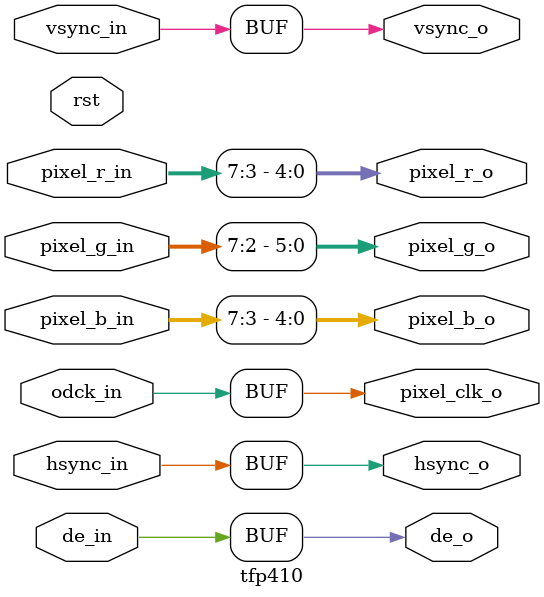
<source format=v>
/*
--创建日期   : 2015-05-17
--目标芯片   : EP4CE22F17C8
--时钟选择   : odck_in<=165MHz
--演示说明   : odck为像素时钟，v/hsync为同步信号，de为数据有效信号，pixel_*为像素颜色信号
*/
module tfp410(
input wire rst,

input wire odck_in,
input wire vsync_in,
input wire hsync_in,
input wire de_in,
input wire[7:0] pixel_r_in,
input wire[7:0] pixel_g_in,
input wire[7:0] pixel_b_in,

output wire pixel_clk_o,
output wire vsync_o,
output wire hsync_o,
output wire de_o,
output wire[4:0] pixel_r_o,
output wire[5:0] pixel_g_o,
output wire[4:0] pixel_b_o

);

assign pixel_clk_o = odck_in;
assign vsync_o = vsync_in;
assign hsync_o = hsync_in;
assign de_o = de_in;
assign pixel_r_o = pixel_r_in[7:3];
assign pixel_g_o = pixel_g_in[7:2];
assign pixel_b_o = pixel_b_in[7:3];


endmodule
</source>
